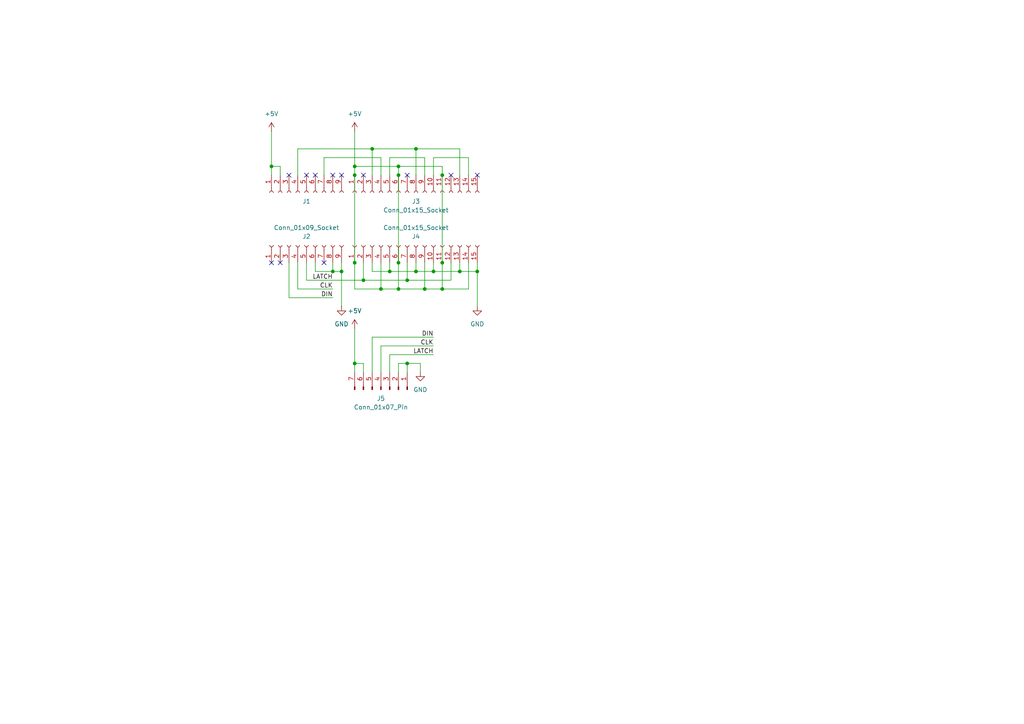
<source format=kicad_sch>
(kicad_sch (version 20231120) (generator "eeschema") (generator_version "8.0")
  (paper "A4")
  (lib_symbols
    (symbol "Connector:Conn_01x07_Pin" (pin_names (offset 1.016) hide)
      (property "Reference" "J" (at 0 10.16 0))
      (property "Value" "Conn_01x07_Pin" (at 0 -10.16 0))
      (symbol "Conn_01x07_Pin_1_1"
        (polyline (pts (xy 1.27 -7.62) (xy 0.8636 -7.62)) (stroke (width 0.1524)))
        (polyline (pts (xy 1.27 -5.08) (xy 0.8636 -5.08)) (stroke (width 0.1524)))
        (polyline (pts (xy 1.27 -2.54) (xy 0.8636 -2.54)) (stroke (width 0.1524)))
        (polyline (pts (xy 1.27 0) (xy 0.8636 0)) (stroke (width 0.1524)))
        (polyline (pts (xy 1.27 2.54) (xy 0.8636 2.54)) (stroke (width 0.1524)))
        (polyline (pts (xy 1.27 5.08) (xy 0.8636 5.08)) (stroke (width 0.1524)))
        (polyline (pts (xy 1.27 7.62) (xy 0.8636 7.62)) (stroke (width 0.1524)))
        (rectangle (start 0.8636 -7.493) (end 0 -7.747) (stroke (width 0.1524)) (fill (type outline)))
        (rectangle (start 0.8636 -4.953) (end 0 -5.207) (stroke (width 0.1524)) (fill (type outline)))
        (rectangle (start 0.8636 -2.413) (end 0 -2.667) (stroke (width 0.1524)) (fill (type outline)))
        (rectangle (start 0.8636 0.127) (end 0 -0.127) (stroke (width 0.1524)) (fill (type outline)))
        (rectangle (start 0.8636 2.667) (end 0 2.413) (stroke (width 0.1524)) (fill (type outline)))
        (rectangle (start 0.8636 5.207) (end 0 4.953) (stroke (width 0.1524)) (fill (type outline)))
        (rectangle (start 0.8636 7.747) (end 0 7.493) (stroke (width 0.1524)) (fill (type outline)))
        (pin passive line (at 5.08 7.62 180) (length 3.81) (name "Pin_1") (number "1"))
        (pin passive line (at 5.08 5.08 180) (length 3.81) (name "Pin_2") (number "2"))
        (pin passive line (at 5.08 2.54 180) (length 3.81) (name "Pin_3") (number "3"))
        (pin passive line (at 5.08 0 180) (length 3.81) (name "Pin_4") (number "4"))
        (pin passive line (at 5.08 -2.54 180) (length 3.81) (name "Pin_5") (number "5"))
        (pin passive line (at 5.08 -5.08 180) (length 3.81) (name "Pin_6") (number "6"))
        (pin passive line (at 5.08 -7.62 180) (length 3.81) (name "Pin_7") (number "7"))
      )
    )
    (symbol "Connector:Conn_01x09_Socket" (pin_names (offset 1.016) hide)
      (property "Reference" "J" (at 0 12.7 0))
      (property "Value" "Conn_01x09_Socket" (at 0 -12.7 0))
      (symbol "Conn_01x09_Socket_1_1"
        (arc (start 0 -9.652) (mid -0.5058 -10.16) (end 0 -10.668) (stroke (width 0.1524)))
        (arc (start 0 -7.112) (mid -0.5058 -7.62) (end 0 -8.128) (stroke (width 0.1524)))
        (arc (start 0 -4.572) (mid -0.5058 -5.08) (end 0 -5.588) (stroke (width 0.1524)))
        (arc (start 0 -2.032) (mid -0.5058 -2.54) (end 0 -3.048) (stroke (width 0.1524)))
        (polyline (pts (xy -1.27 -10.16) (xy -0.508 -10.16)) (stroke (width 0.1524)))
        (polyline (pts (xy -1.27 -7.62) (xy -0.508 -7.62)) (stroke (width 0.1524)))
        (polyline (pts (xy -1.27 -5.08) (xy -0.508 -5.08)) (stroke (width 0.1524)))
        (polyline (pts (xy -1.27 -2.54) (xy -0.508 -2.54)) (stroke (width 0.1524)))
        (polyline (pts (xy -1.27 0) (xy -0.508 0)) (stroke (width 0.1524)))
        (polyline (pts (xy -1.27 2.54) (xy -0.508 2.54)) (stroke (width 0.1524)))
        (polyline (pts (xy -1.27 5.08) (xy -0.508 5.08)) (stroke (width 0.1524)))
        (polyline (pts (xy -1.27 7.62) (xy -0.508 7.62)) (stroke (width 0.1524)))
        (polyline (pts (xy -1.27 10.16) (xy -0.508 10.16)) (stroke (width 0.1524)))
        (arc (start 0 0.508) (mid -0.5058 0) (end 0 -0.508) (stroke (width 0.1524)))
        (arc (start 0 3.048) (mid -0.5058 2.54) (end 0 2.032) (stroke (width 0.1524)))
        (arc (start 0 5.588) (mid -0.5058 5.08) (end 0 4.572) (stroke (width 0.1524)))
        (arc (start 0 8.128) (mid -0.5058 7.62) (end 0 7.112) (stroke (width 0.1524)))
        (arc (start 0 10.668) (mid -0.5058 10.16) (end 0 9.652) (stroke (width 0.1524)))
        (pin passive line (at -5.08 10.16 0) (length 3.81) (name "Pin_1") (number "1"))
        (pin passive line (at -5.08 7.62 0) (length 3.81) (name "Pin_2") (number "2"))
        (pin passive line (at -5.08 5.08 0) (length 3.81) (name "Pin_3") (number "3"))
        (pin passive line (at -5.08 2.54 0) (length 3.81) (name "Pin_4") (number "4"))
        (pin passive line (at -5.08 0 0) (length 3.81) (name "Pin_5") (number "5"))
        (pin passive line (at -5.08 -2.54 0) (length 3.81) (name "Pin_6") (number "6"))
        (pin passive line (at -5.08 -5.08 0) (length 3.81) (name "Pin_7") (number "7"))
        (pin passive line (at -5.08 -7.62 0) (length 3.81) (name "Pin_8") (number "8"))
        (pin passive line (at -5.08 -10.16 0) (length 3.81) (name "Pin_9") (number "9"))
      )
    )
    (symbol "Connector:Conn_01x15_Socket" (pin_names (offset 1.016) hide)
      (property "Reference" "J" (at 0 20.32 0))
      (property "Value" "Conn_01x15_Socket" (at 0 -20.32 0))
      (symbol "Conn_01x15_Socket_1_1"
        (arc (start 0 -17.272) (mid -0.5058 -17.78) (end 0 -18.288) (stroke (width 0.1524)))
        (arc (start 0 -14.732) (mid -0.5058 -15.24) (end 0 -15.748) (stroke (width 0.1524)))
        (arc (start 0 -12.192) (mid -0.5058 -12.7) (end 0 -13.208) (stroke (width 0.1524)))
        (arc (start 0 -9.652) (mid -0.5058 -10.16) (end 0 -10.668) (stroke (width 0.1524)))
        (arc (start 0 -7.112) (mid -0.5058 -7.62) (end 0 -8.128) (stroke (width 0.1524)))
        (arc (start 0 -4.572) (mid -0.5058 -5.08) (end 0 -5.588) (stroke (width 0.1524)))
        (arc (start 0 -2.032) (mid -0.5058 -2.54) (end 0 -3.048) (stroke (width 0.1524)))
        (polyline (pts (xy -1.27 -17.78) (xy -0.508 -17.78)) (stroke (width 0.1524)))
        (polyline (pts (xy -1.27 -15.24) (xy -0.508 -15.24)) (stroke (width 0.1524)))
        (polyline (pts (xy -1.27 -12.7) (xy -0.508 -12.7)) (stroke (width 0.1524)))
        (polyline (pts (xy -1.27 -10.16) (xy -0.508 -10.16)) (stroke (width 0.1524)))
        (polyline (pts (xy -1.27 -7.62) (xy -0.508 -7.62)) (stroke (width 0.1524)))
        (polyline (pts (xy -1.27 -5.08) (xy -0.508 -5.08)) (stroke (width 0.1524)))
        (polyline (pts (xy -1.27 -2.54) (xy -0.508 -2.54)) (stroke (width 0.1524)))
        (polyline (pts (xy -1.27 0) (xy -0.508 0)) (stroke (width 0.1524)))
        (polyline (pts (xy -1.27 2.54) (xy -0.508 2.54)) (stroke (width 0.1524)))
        (polyline (pts (xy -1.27 5.08) (xy -0.508 5.08)) (stroke (width 0.1524)))
        (polyline (pts (xy -1.27 7.62) (xy -0.508 7.62)) (stroke (width 0.1524)))
        (polyline (pts (xy -1.27 10.16) (xy -0.508 10.16)) (stroke (width 0.1524)))
        (polyline (pts (xy -1.27 12.7) (xy -0.508 12.7)) (stroke (width 0.1524)))
        (polyline (pts (xy -1.27 15.24) (xy -0.508 15.24)) (stroke (width 0.1524)))
        (polyline (pts (xy -1.27 17.78) (xy -0.508 17.78)) (stroke (width 0.1524)))
        (arc (start 0 0.508) (mid -0.5058 0) (end 0 -0.508) (stroke (width 0.1524)))
        (arc (start 0 3.048) (mid -0.5058 2.54) (end 0 2.032) (stroke (width 0.1524)))
        (arc (start 0 5.588) (mid -0.5058 5.08) (end 0 4.572) (stroke (width 0.1524)))
        (arc (start 0 8.128) (mid -0.5058 7.62) (end 0 7.112) (stroke (width 0.1524)))
        (arc (start 0 10.668) (mid -0.5058 10.16) (end 0 9.652) (stroke (width 0.1524)))
        (arc (start 0 13.208) (mid -0.5058 12.7) (end 0 12.192) (stroke (width 0.1524)))
        (arc (start 0 15.748) (mid -0.5058 15.24) (end 0 14.732) (stroke (width 0.1524)))
        (arc (start 0 18.288) (mid -0.5058 17.78) (end 0 17.272) (stroke (width 0.1524)))
        (pin passive line (at -5.08 17.78 0) (length 3.81) (name "Pin_1") (number "1"))
        (pin passive line (at -5.08 -5.08 0) (length 3.81) (name "Pin_10") (number "10"))
        (pin passive line (at -5.08 -7.62 0) (length 3.81) (name "Pin_11") (number "11"))
        (pin passive line (at -5.08 -10.16 0) (length 3.81) (name "Pin_12") (number "12"))
        (pin passive line (at -5.08 -12.7 0) (length 3.81) (name "Pin_13") (number "13"))
        (pin passive line (at -5.08 -15.24 0) (length 3.81) (name "Pin_14") (number "14"))
        (pin passive line (at -5.08 -17.78 0) (length 3.81) (name "Pin_15") (number "15"))
        (pin passive line (at -5.08 15.24 0) (length 3.81) (name "Pin_2") (number "2"))
        (pin passive line (at -5.08 12.7 0) (length 3.81) (name "Pin_3") (number "3"))
        (pin passive line (at -5.08 10.16 0) (length 3.81) (name "Pin_4") (number "4"))
        (pin passive line (at -5.08 7.62 0) (length 3.81) (name "Pin_5") (number "5"))
        (pin passive line (at -5.08 5.08 0) (length 3.81) (name "Pin_6") (number "6"))
        (pin passive line (at -5.08 2.54 0) (length 3.81) (name "Pin_7") (number "7"))
        (pin passive line (at -5.08 0 0) (length 3.81) (name "Pin_8") (number "8"))
        (pin passive line (at -5.08 -2.54 0) (length 3.81) (name "Pin_9") (number "9"))
      )
    )
    (symbol "power:+5V" (power) (pin_numbers hide) (pin_names (offset 0) hide)
      (property "Value" "+5V" (at 0 3.556 0))
      (symbol "+5V_0_1"
        (polyline (pts (xy -0.762 1.27) (xy 0 2.54)))
        (polyline (pts (xy 0 0) (xy 0 2.54)))
        (polyline (pts (xy 0 2.54) (xy 0.762 1.27)))
      )
      (symbol "+5V_1_1"
        (pin power_in line (at 0 0 90) (length 0) (name "~") (number "1"))
      )
    )
    (symbol "power:GND" (power) (pin_numbers hide) (pin_names (offset 0) hide)
      (property "Value" "GND" (at 0 -3.81 0))
      (symbol "GND_0_1"
        (polyline (pts (xy 0 0) (xy 0 -1.27) (xy 1.27 -1.27) (xy 0 -2.54) (xy -1.27 -1.27) (xy 0 -1.27)))
      )
      (symbol "GND_1_1"
        (pin power_in line (at 0 0 270) (length 0) (name "~") (number "1"))
      )
    )
  )
  (junction (at 115.57 48.26))
  (junction (at 125.73 78.74))
  (junction (at 78.74 48.26))
  (junction (at 115.57 83.82))
  (junction (at 133.35 78.74))
  (junction (at 102.87 50.8))
  (junction (at 102.87 76.2))
  (junction (at 115.57 50.8))
  (junction (at 113.03 78.74))
  (junction (at 107.95 43.18))
  (junction (at 99.06 78.74))
  (junction (at 120.65 43.18))
  (junction (at 115.57 76.2))
  (junction (at 120.65 78.74))
  (junction (at 128.27 83.82))
  (junction (at 102.87 105.41))
  (junction (at 102.87 48.26))
  (junction (at 118.11 105.41))
  (junction (at 96.52 78.74))
  (junction (at 105.41 81.28))
  (junction (at 128.27 50.8))
  (junction (at 123.19 83.82))
  (junction (at 138.43 78.74))
  (junction (at 110.49 83.82))
  (junction (at 118.11 81.28))
  (junction (at 128.27 76.2))
  (no_connect (at 81.28 76.2))
  (no_connect (at 78.74 76.2))
  (no_connect (at 138.43 50.8))
  (no_connect (at 93.98 76.2))
  (no_connect (at 96.52 50.8))
  (no_connect (at 88.9 50.8))
  (no_connect (at 130.81 50.8))
  (no_connect (at 91.44 50.8))
  (no_connect (at 105.41 50.8))
  (no_connect (at 83.82 50.8))
  (no_connect (at 99.06 50.8))
  (no_connect (at 118.11 50.8))
  (wire (pts (xy 135.89 50.8) (xy 135.89 45.72)))
  (wire (pts (xy 118.11 105.41) (xy 115.57 105.41)))
  (wire (pts (xy 123.19 83.82) (xy 123.19 76.2)))
  (wire (pts (xy 102.87 95.25) (xy 102.87 105.41)))
  (wire (pts (xy 83.82 86.36) (xy 83.82 76.2)))
  (wire (pts (xy 128.27 50.8) (xy 128.27 48.26)))
  (wire (pts (xy 123.19 45.72) (xy 123.19 50.8)))
  (wire (pts (xy 81.28 50.8) (xy 81.28 48.26)))
  (wire (pts (xy 107.95 43.18) (xy 120.65 43.18)))
  (wire (pts (xy 110.49 45.72) (xy 110.49 50.8)))
  (wire (pts (xy 128.27 50.8) (xy 128.27 76.2)))
  (wire (pts (xy 99.06 78.74) (xy 99.06 88.9)))
  (wire (pts (xy 133.35 43.18) (xy 133.35 50.8)))
  (wire (pts (xy 78.74 48.26) (xy 78.74 50.8)))
  (wire (pts (xy 99.06 76.2) (xy 99.06 78.74)))
  (wire (pts (xy 102.87 48.26) (xy 102.87 50.8)))
  (wire (pts (xy 88.9 81.28) (xy 105.41 81.28)))
  (wire (pts (xy 115.57 105.41) (xy 115.57 107.95)))
  (wire (pts (xy 93.98 50.8) (xy 93.98 45.72)))
  (wire (pts (xy 118.11 105.41) (xy 118.11 107.95)))
  (wire (pts (xy 78.74 48.26) (xy 81.28 48.26)))
  (wire (pts (xy 138.43 78.74) (xy 138.43 88.9)))
  (wire (pts (xy 93.98 45.72) (xy 110.49 45.72)))
  (wire (pts (xy 86.36 76.2) (xy 86.36 83.82)))
  (wire (pts (xy 118.11 81.28) (xy 118.11 76.2)))
  (wire (pts (xy 120.65 78.74) (xy 125.73 78.74)))
  (wire (pts (xy 113.03 102.87) (xy 113.03 107.95)))
  (wire (pts (xy 86.36 43.18) (xy 107.95 43.18)))
  (wire (pts (xy 86.36 83.82) (xy 96.52 83.82)))
  (wire (pts (xy 128.27 76.2) (xy 128.27 83.82)))
  (wire (pts (xy 125.73 50.8) (xy 125.73 45.72)))
  (wire (pts (xy 102.87 38.1) (xy 102.87 48.26)))
  (wire (pts (xy 115.57 76.2) (xy 115.57 83.82)))
  (wire (pts (xy 107.95 78.74) (xy 113.03 78.74)))
  (wire (pts (xy 105.41 81.28) (xy 118.11 81.28)))
  (wire (pts (xy 78.74 38.1) (xy 78.74 48.26)))
  (wire (pts (xy 102.87 105.41) (xy 102.87 107.95)))
  (wire (pts (xy 86.36 50.8) (xy 86.36 43.18)))
  (wire (pts (xy 133.35 78.74) (xy 138.43 78.74)))
  (wire (pts (xy 125.73 97.79) (xy 107.95 97.79)))
  (wire (pts (xy 105.41 81.28) (xy 105.41 76.2)))
  (wire (pts (xy 120.65 43.18) (xy 120.65 50.8)))
  (wire (pts (xy 115.57 50.8) (xy 115.57 48.26)))
  (wire (pts (xy 102.87 50.8) (xy 102.87 76.2)))
  (wire (pts (xy 135.89 76.2) (xy 135.89 83.82)))
  (wire (pts (xy 102.87 83.82) (xy 110.49 83.82)))
  (wire (pts (xy 105.41 107.95) (xy 105.41 105.41)))
  (wire (pts (xy 133.35 76.2) (xy 133.35 78.74)))
  (wire (pts (xy 115.57 50.8) (xy 115.57 76.2)))
  (wire (pts (xy 96.52 76.2) (xy 96.52 78.74)))
  (wire (pts (xy 107.95 76.2) (xy 107.95 78.74)))
  (wire (pts (xy 128.27 48.26) (xy 115.57 48.26)))
  (wire (pts (xy 113.03 76.2) (xy 113.03 78.74)))
  (wire (pts (xy 120.65 76.2) (xy 120.65 78.74)))
  (wire (pts (xy 113.03 78.74) (xy 120.65 78.74)))
  (wire (pts (xy 115.57 48.26) (xy 102.87 48.26)))
  (wire (pts (xy 96.52 86.36) (xy 83.82 86.36)))
  (wire (pts (xy 113.03 45.72) (xy 123.19 45.72)))
  (wire (pts (xy 125.73 45.72) (xy 135.89 45.72)))
  (wire (pts (xy 110.49 76.2) (xy 110.49 83.82)))
  (wire (pts (xy 125.73 102.87) (xy 113.03 102.87)))
  (wire (pts (xy 102.87 105.41) (xy 105.41 105.41)))
  (wire (pts (xy 138.43 76.2) (xy 138.43 78.74)))
  (wire (pts (xy 121.92 107.95) (xy 121.92 105.41)))
  (wire (pts (xy 115.57 83.82) (xy 123.19 83.82)))
  (wire (pts (xy 118.11 81.28) (xy 130.81 81.28)))
  (wire (pts (xy 121.92 105.41) (xy 118.11 105.41)))
  (wire (pts (xy 135.89 83.82) (xy 128.27 83.82)))
  (wire (pts (xy 91.44 76.2) (xy 91.44 78.74)))
  (wire (pts (xy 113.03 50.8) (xy 113.03 45.72)))
  (wire (pts (xy 128.27 83.82) (xy 123.19 83.82)))
  (wire (pts (xy 88.9 76.2) (xy 88.9 81.28)))
  (wire (pts (xy 110.49 83.82) (xy 115.57 83.82)))
  (wire (pts (xy 125.73 78.74) (xy 133.35 78.74)))
  (wire (pts (xy 125.73 76.2) (xy 125.73 78.74)))
  (wire (pts (xy 91.44 78.74) (xy 96.52 78.74)))
  (wire (pts (xy 107.95 97.79) (xy 107.95 107.95)))
  (wire (pts (xy 107.95 43.18) (xy 107.95 50.8)))
  (wire (pts (xy 130.81 81.28) (xy 130.81 76.2)))
  (wire (pts (xy 96.52 78.74) (xy 99.06 78.74)))
  (wire (pts (xy 125.73 100.33) (xy 110.49 100.33)))
  (wire (pts (xy 120.65 43.18) (xy 133.35 43.18)))
  (wire (pts (xy 102.87 76.2) (xy 102.87 83.82)))
  (wire (pts (xy 110.49 100.33) (xy 110.49 107.95)))
  (label "LATCH" (at 125.73 102.87 180))
  (label "CLK" (at 96.52 83.82 180))
  (label "DIN" (at 96.52 86.36 180))
  (label "CLK" (at 125.73 100.33 180))
  (label "LATCH" (at 96.52 81.28 180))
  (label "DIN" (at 125.73 97.79 180))
  (symbol (lib_id "Connector:Conn_01x09_Socket") (at 88.9 55.88 90) (mirror x) (unit 1)
    (property "Reference" "J1" (at 88.9 58.42 90))
    (property "Value" "Conn_01x09_Socket" (effects (hide yes)))
    (property "Footprint" "Connector_PinHeader_2.54mm:PinHeader_1x09_P2.54mm_Vertical" (effects (hide yes)))
    (property "Description" "Generic connector, single row, 01x09, script generated" (effects (hide yes)))
  )
  (symbol (lib_id "power:GND") (at 99.06 88.9 0) (unit 1)
    (property "Reference" "#PWR02" (effects (hide yes)))
    (property "Value" "GND" (at 99.06 93.98 0))
    (property "Description" "Power symbol creates a global label with name \"GND\" , ground" (effects (hide yes)))
  )
  (symbol (lib_id "Connector:Conn_01x15_Socket") (at 120.65 55.88 90) (mirror x) (unit 1)
    (property "Reference" "J3" (at 120.65 58.42 90))
    (property "Value" "Conn_01x15_Socket" (at 120.65 60.96 90))
    (property "Footprint" "Connector_PinHeader_2.54mm:PinHeader_1x15_P2.54mm_Vertical" (effects (hide yes)))
    (property "Description" "Generic connector, single row, 01x15, script generated" (effects (hide yes)))
  )
  (symbol (lib_id "power:+5V") (at 102.87 95.25 0) (unit 1)
    (property "Reference" "#PWR05" (effects (hide yes)))
    (property "Value" "+5V" (at 102.87 90.17 0))
    (property "Description" "Power symbol creates a global label with name \"+5V\"" (effects (hide yes)))
  )
  (symbol (lib_id "Connector:Conn_01x15_Socket") (at 120.65 71.12 90) (unit 1)
    (property "Reference" "J4" (at 120.65 68.58 90))
    (property "Value" "Conn_01x15_Socket" (at 120.65 66.04 90))
    (property "Footprint" "Connector_PinHeader_2.54mm:PinHeader_1x15_P2.54mm_Vertical" (effects (hide yes)))
    (property "Description" "Generic connector, single row, 01x15, script generated" (effects (hide yes)))
  )
  (symbol (lib_id "Connector:Conn_01x09_Socket") (at 88.9 71.12 90) (unit 1)
    (property "Reference" "J2" (at 88.9 68.58 90))
    (property "Value" "Conn_01x09_Socket" (at 88.9 66.04 90))
    (property "Footprint" "Connector_PinHeader_2.54mm:PinHeader_1x09_P2.54mm_Vertical" (effects (hide yes)))
    (property "Description" "Generic connector, single row, 01x09, script generated" (effects (hide yes)))
  )
  (symbol (lib_id "power:GND") (at 138.43 88.9 0) (unit 1)
    (property "Reference" "#PWR04" (effects (hide yes)))
    (property "Value" "GND" (at 138.43 93.98 0))
    (property "Description" "Power symbol creates a global label with name \"GND\" , ground" (effects (hide yes)))
  )
  (symbol (lib_id "Connector:Conn_01x07_Pin") (at 110.49 113.03 270) (mirror x) (unit 1)
    (property "Reference" "J5" (at 110.49 115.57 90))
    (property "Value" "Conn_01x07_Pin" (at 110.49 118.11 90))
    (property "Footprint" "Connector_PinHeader_2.54mm:PinHeader_1x07_P2.54mm_Horizontal" (effects (hide yes)))
    (property "Description" "Generic connector, single row, 01x07, script generated" (effects (hide yes)))
  )
  (symbol (lib_id "power:GND") (at 121.92 107.95 0) (unit 1)
    (property "Reference" "#PWR06" (effects (hide yes)))
    (property "Value" "GND" (at 121.92 113.03 0))
    (property "Description" "Power symbol creates a global label with name \"GND\" , ground" (effects (hide yes)))
  )
  (symbol (lib_id "power:+5V") (at 102.87 38.1 0) (unit 1)
    (property "Reference" "#PWR03" (effects (hide yes)))
    (property "Value" "+5V" (at 102.87 33.02 0))
    (property "Description" "Power symbol creates a global label with name \"+5V\"" (effects (hide yes)))
  )
  (symbol (lib_id "power:+5V") (at 78.74 38.1 0) (unit 1)
    (property "Reference" "#PWR01" (effects (hide yes)))
    (property "Value" "+5V" (at 78.74 33.02 0))
    (property "Description" "Power symbol creates a global label with name \"+5V\"" (effects (hide yes)))
  )
)
</source>
